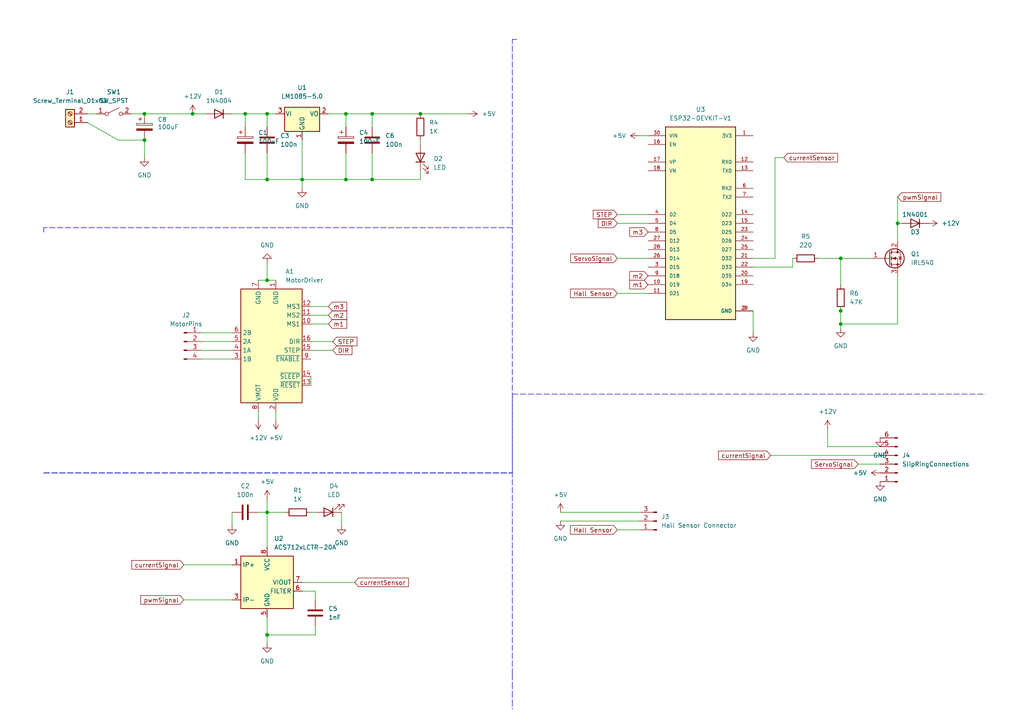
<source format=kicad_sch>
(kicad_sch (version 20211123) (generator eeschema)
  (paper "A4")
  (lib_symbols
    (symbol "Connector:Conn_01x03_Male" (pin_names (offset 1.016) hide)
      (property "Reference" "J" (at 0 5.08 0))
      (property "Value" "Conn_01x03_Male" (at 0 -5.08 0))
      (symbol "Conn_01x03_Male_1_1"
        (polyline (pts (xy 1.27 -2.54) (xy 0.8636 -2.54)) (stroke (width 0.1524)))
        (polyline (pts (xy 1.27 0) (xy 0.8636 0)) (stroke (width 0.1524)))
        (polyline (pts (xy 1.27 2.54) (xy 0.8636 2.54)) (stroke (width 0.1524)))
        (rectangle (start 0.8636 -2.413) (end 0 -2.667) (stroke (width 0.1524)) (fill (type outline)))
        (rectangle (start 0.8636 0.127) (end 0 -0.127) (stroke (width 0.1524)) (fill (type outline)))
        (rectangle (start 0.8636 2.667) (end 0 2.413) (stroke (width 0.1524)) (fill (type outline)))
        (pin passive line (at 5.08 2.54 180) (length 3.81) (name "Pin_1") (number "1"))
        (pin passive line (at 5.08 0 180) (length 3.81) (name "Pin_2") (number "2"))
        (pin passive line (at 5.08 -2.54 180) (length 3.81) (name "Pin_3") (number "3"))
      )
    )
    (symbol "Connector:Conn_01x04_Male" (pin_names (offset 1.016) hide)
      (property "Reference" "J" (at 0 5.08 0))
      (property "Value" "Conn_01x04_Male" (at 0 -7.62 0))
      (symbol "Conn_01x04_Male_1_1"
        (polyline (pts (xy 1.27 -5.08) (xy 0.8636 -5.08)) (stroke (width 0.1524)))
        (polyline (pts (xy 1.27 -2.54) (xy 0.8636 -2.54)) (stroke (width 0.1524)))
        (polyline (pts (xy 1.27 0) (xy 0.8636 0)) (stroke (width 0.1524)))
        (polyline (pts (xy 1.27 2.54) (xy 0.8636 2.54)) (stroke (width 0.1524)))
        (rectangle (start 0.8636 -4.953) (end 0 -5.207) (stroke (width 0.1524)) (fill (type outline)))
        (rectangle (start 0.8636 -2.413) (end 0 -2.667) (stroke (width 0.1524)) (fill (type outline)))
        (rectangle (start 0.8636 0.127) (end 0 -0.127) (stroke (width 0.1524)) (fill (type outline)))
        (rectangle (start 0.8636 2.667) (end 0 2.413) (stroke (width 0.1524)) (fill (type outline)))
        (pin passive line (at 5.08 2.54 180) (length 3.81) (name "Pin_1") (number "1"))
        (pin passive line (at 5.08 0 180) (length 3.81) (name "Pin_2") (number "2"))
        (pin passive line (at 5.08 -2.54 180) (length 3.81) (name "Pin_3") (number "3"))
        (pin passive line (at 5.08 -5.08 180) (length 3.81) (name "Pin_4") (number "4"))
      )
    )
    (symbol "Connector:Conn_01x06_Male" (pin_names (offset 1.016) hide)
      (property "Reference" "J" (at 0 7.62 0))
      (property "Value" "Conn_01x06_Male" (at 0 -10.16 0))
      (symbol "Conn_01x06_Male_1_1"
        (polyline (pts (xy 1.27 -7.62) (xy 0.8636 -7.62)) (stroke (width 0.1524)))
        (polyline (pts (xy 1.27 -5.08) (xy 0.8636 -5.08)) (stroke (width 0.1524)))
        (polyline (pts (xy 1.27 -2.54) (xy 0.8636 -2.54)) (stroke (width 0.1524)))
        (polyline (pts (xy 1.27 0) (xy 0.8636 0)) (stroke (width 0.1524)))
        (polyline (pts (xy 1.27 2.54) (xy 0.8636 2.54)) (stroke (width 0.1524)))
        (polyline (pts (xy 1.27 5.08) (xy 0.8636 5.08)) (stroke (width 0.1524)))
        (rectangle (start 0.8636 -7.493) (end 0 -7.747) (stroke (width 0.1524)) (fill (type outline)))
        (rectangle (start 0.8636 -4.953) (end 0 -5.207) (stroke (width 0.1524)) (fill (type outline)))
        (rectangle (start 0.8636 -2.413) (end 0 -2.667) (stroke (width 0.1524)) (fill (type outline)))
        (rectangle (start 0.8636 0.127) (end 0 -0.127) (stroke (width 0.1524)) (fill (type outline)))
        (rectangle (start 0.8636 2.667) (end 0 2.413) (stroke (width 0.1524)) (fill (type outline)))
        (rectangle (start 0.8636 5.207) (end 0 4.953) (stroke (width 0.1524)) (fill (type outline)))
        (pin passive line (at 5.08 5.08 180) (length 3.81) (name "Pin_1") (number "1"))
        (pin passive line (at 5.08 2.54 180) (length 3.81) (name "Pin_2") (number "2"))
        (pin passive line (at 5.08 0 180) (length 3.81) (name "Pin_3") (number "3"))
        (pin passive line (at 5.08 -2.54 180) (length 3.81) (name "Pin_4") (number "4"))
        (pin passive line (at 5.08 -5.08 180) (length 3.81) (name "Pin_5") (number "5"))
        (pin passive line (at 5.08 -7.62 180) (length 3.81) (name "Pin_6") (number "6"))
      )
    )
    (symbol "Connector:Screw_Terminal_01x02" (pin_names (offset 1.016) hide)
      (property "Reference" "J" (at 0 2.54 0))
      (property "Value" "Screw_Terminal_01x02" (at 0 -5.08 0))
      (symbol "Screw_Terminal_01x02_1_1"
        (rectangle (start -1.27 1.27) (end 1.27 -3.81) (stroke (width 0.254)) (fill (type background)))
        (circle (center 0 -2.54) (radius 0.635) (stroke (width 0.1524)))
        (polyline (pts (xy -0.5334 -2.2098) (xy 0.3302 -3.048)) (stroke (width 0.1524)))
        (polyline (pts (xy -0.5334 0.3302) (xy 0.3302 -0.508)) (stroke (width 0.1524)))
        (polyline (pts (xy -0.3556 -2.032) (xy 0.508 -2.8702)) (stroke (width 0.1524)))
        (polyline (pts (xy -0.3556 0.508) (xy 0.508 -0.3302)) (stroke (width 0.1524)))
        (circle (center 0 0) (radius 0.635) (stroke (width 0.1524)))
        (pin passive line (at -5.08 0 0) (length 3.81) (name "Pin_1") (number "1"))
        (pin passive line (at -5.08 -2.54 0) (length 3.81) (name "Pin_2") (number "2"))
      )
    )
    (symbol "Device:C" (pin_numbers hide) (pin_names (offset 0.254))
      (property "Reference" "C" (at 0.635 2.54 0))
      (property "Value" "C" (at 0.635 -2.54 0))
      (symbol "C_0_1"
        (polyline (pts (xy -2.032 -0.762) (xy 2.032 -0.762)) (stroke (width 0.508)))
        (polyline (pts (xy -2.032 0.762) (xy 2.032 0.762)) (stroke (width 0.508)))
      )
      (symbol "C_1_1"
        (pin passive line (at 0 3.81 270) (length 2.794) (name "~") (number "1"))
        (pin passive line (at 0 -3.81 90) (length 2.794) (name "~") (number "2"))
      )
    )
    (symbol "Device:C_Polarized" (pin_numbers hide) (pin_names (offset 0.254))
      (property "Reference" "C" (at 0.635 2.54 0))
      (property "Value" "C_Polarized" (at 0.635 -2.54 0))
      (symbol "C_Polarized_0_1"
        (rectangle (start -2.286 0.508) (end 2.286 1.016))
        (polyline (pts (xy -1.778 2.286) (xy -0.762 2.286)))
        (polyline (pts (xy -1.27 2.794) (xy -1.27 1.778)))
        (rectangle (start 2.286 -0.508) (end -2.286 -1.016) (fill (type outline)))
      )
      (symbol "C_Polarized_1_1"
        (pin passive line (at 0 3.81 270) (length 2.794) (name "~") (number "1"))
        (pin passive line (at 0 -3.81 90) (length 2.794) (name "~") (number "2"))
      )
    )
    (symbol "Device:LED" (pin_numbers hide) (pin_names (offset 1.016) hide)
      (property "Reference" "D" (at 0 2.54 0))
      (property "Value" "LED" (at 0 -2.54 0))
      (symbol "LED_0_1"
        (polyline (pts (xy -1.27 -1.27) (xy -1.27 1.27)) (stroke (width 0.254)))
        (polyline (pts (xy -1.27 0) (xy 1.27 0)))
        (polyline (pts (xy 1.27 -1.27) (xy 1.27 1.27) (xy -1.27 0) (xy 1.27 -1.27)) (stroke (width 0.254)))
        (polyline (pts (xy -3.048 -0.762) (xy -4.572 -2.286) (xy -3.81 -2.286) (xy -4.572 -2.286) (xy -4.572 -1.524)))
        (polyline (pts (xy -1.778 -0.762) (xy -3.302 -2.286) (xy -2.54 -2.286) (xy -3.302 -2.286) (xy -3.302 -1.524)))
      )
      (symbol "LED_1_1"
        (pin passive line (at -3.81 0 0) (length 2.54) (name "K") (number "1"))
        (pin passive line (at 3.81 0 180) (length 2.54) (name "A") (number "2"))
      )
    )
    (symbol "Device:R" (pin_numbers hide) (pin_names (offset 0))
      (property "Reference" "R" (at 2.032 0 90))
      (property "Value" "R" (at 0 0 90))
      (symbol "R_0_1"
        (rectangle (start -1.016 -2.54) (end 1.016 2.54) (stroke (width 0.254)))
      )
      (symbol "R_1_1"
        (pin passive line (at 0 3.81 270) (length 1.27) (name "~") (number "1"))
        (pin passive line (at 0 -3.81 90) (length 1.27) (name "~") (number "2"))
      )
    )
    (symbol "Diode:1N4001" (pin_numbers hide) (pin_names (offset 1.016) hide)
      (property "Reference" "D" (at 0 2.54 0))
      (property "Value" "1N4001" (at 0 -2.54 0))
      (symbol "1N4001_0_1"
        (polyline (pts (xy -1.27 1.27) (xy -1.27 -1.27)) (stroke (width 0.254)))
        (polyline (pts (xy 1.27 0) (xy -1.27 0)))
        (polyline (pts (xy 1.27 1.27) (xy 1.27 -1.27) (xy -1.27 0) (xy 1.27 1.27)) (stroke (width 0.254)))
      )
      (symbol "1N4001_1_1"
        (pin passive line (at -3.81 0 0) (length 2.54) (name "K") (number "1"))
        (pin passive line (at 3.81 0 180) (length 2.54) (name "A") (number "2"))
      )
    )
    (symbol "Diode:1N4004" (pin_numbers hide) (pin_names (offset 1.016) hide)
      (property "Reference" "D" (at 0 2.54 0))
      (property "Value" "1N4004" (at 0 -2.54 0))
      (symbol "1N4004_0_1"
        (polyline (pts (xy -1.27 1.27) (xy -1.27 -1.27)) (stroke (width 0.254)))
        (polyline (pts (xy 1.27 0) (xy -1.27 0)))
        (polyline (pts (xy 1.27 1.27) (xy 1.27 -1.27) (xy -1.27 0) (xy 1.27 1.27)) (stroke (width 0.254)))
      )
      (symbol "1N4004_1_1"
        (pin passive line (at -3.81 0 0) (length 2.54) (name "K") (number "1"))
        (pin passive line (at 3.81 0 180) (length 2.54) (name "A") (number "2"))
      )
    )
    (symbol "Driver_Motor:Pololu_Breakout_A4988"
      (property "Reference" "A" (at -2.54 19.05 0))
      (property "Value" "Pololu_Breakout_A4988" (at -2.54 16.51 0))
      (symbol "Pololu_Breakout_A4988_0_1"
        (rectangle (start 10.16 -17.78) (end -7.62 15.24) (stroke (width 0.254)) (fill (type background)))
      )
      (symbol "Pololu_Breakout_A4988_1_1"
        (pin power_in line (at 0 -20.32 90) (length 2.54) (name "GND") (number "1"))
        (pin input line (at -10.16 -7.62 0) (length 2.54) (name "MS1") (number "10"))
        (pin input line (at -10.16 -10.16 0) (length 2.54) (name "MS2") (number "11"))
        (pin input line (at -10.16 -12.7 0) (length 2.54) (name "MS3") (number "12"))
        (pin input line (at -10.16 10.16 0) (length 2.54) (name "~{RESET}") (number "13"))
        (pin input line (at -10.16 7.62 0) (length 2.54) (name "~{SLEEP}") (number "14"))
        (pin input line (at -10.16 0 0) (length 2.54) (name "STEP") (number "15"))
        (pin input line (at -10.16 -2.54 0) (length 2.54) (name "DIR") (number "16"))
        (pin power_in line (at 0 17.78 270) (length 2.54) (name "VDD") (number "2"))
        (pin output line (at 12.7 2.54 180) (length 2.54) (name "1B") (number "3"))
        (pin output line (at 12.7 0 180) (length 2.54) (name "1A") (number "4"))
        (pin output line (at 12.7 -2.54 180) (length 2.54) (name "2A") (number "5"))
        (pin output line (at 12.7 -5.08 180) (length 2.54) (name "2B") (number "6"))
        (pin power_in line (at 5.08 -20.32 90) (length 2.54) (name "GND") (number "7"))
        (pin power_in line (at 5.08 17.78 270) (length 2.54) (name "VMOT") (number "8"))
        (pin input line (at -10.16 2.54 0) (length 2.54) (name "~{ENABLE}") (number "9"))
      )
    )
    (symbol "ESP32-DEVKIT-V1:ESP32-DEVKIT-V1" (pin_names (offset 1.016))
      (property "Reference" "U" (at -10.16 30.48 0))
      (property "Value" "ESP32-DEVKIT-V1" (at -10.16 -30.48 0))
      (symbol "ESP32-DEVKIT-V1_0_0"
        (rectangle (start -10.16 -27.94) (end 10.16 27.94) (stroke (width 0.254)) (fill (type background)))
        (pin output line (at 15.24 25.4 180) (length 5.08) (name "3V3") (number "1"))
        (pin bidirectional line (at -15.24 -17.78 0) (length 5.08) (name "D19") (number "10"))
        (pin bidirectional line (at -15.24 -20.32 0) (length 5.08) (name "D21") (number "11"))
        (pin input line (at 15.24 17.78 180) (length 5.08) (name "RX0") (number "12"))
        (pin output line (at 15.24 15.24 180) (length 5.08) (name "TX0") (number "13"))
        (pin bidirectional line (at 15.24 2.54 180) (length 5.08) (name "D22") (number "14"))
        (pin bidirectional line (at 15.24 0 180) (length 5.08) (name "D23") (number "15"))
        (pin input line (at -15.24 22.86 0) (length 5.08) (name "EN") (number "16"))
        (pin bidirectional line (at -15.24 17.78 0) (length 5.08) (name "VP") (number "17"))
        (pin bidirectional line (at -15.24 15.24 0) (length 5.08) (name "VN") (number "18"))
        (pin bidirectional line (at 15.24 -17.78 180) (length 5.08) (name "D34") (number "19"))
        (pin power_in line (at 15.24 -25.4 180) (length 5.08) (name "GND") (number "2"))
        (pin bidirectional line (at 15.24 -15.24 180) (length 5.08) (name "D35") (number "20"))
        (pin bidirectional line (at 15.24 -10.16 180) (length 5.08) (name "D32") (number "21"))
        (pin bidirectional line (at 15.24 -12.7 180) (length 5.08) (name "D33") (number "22"))
        (pin bidirectional line (at 15.24 -2.54 180) (length 5.08) (name "D25") (number "23"))
        (pin bidirectional line (at 15.24 -5.08 180) (length 5.08) (name "D26") (number "24"))
        (pin bidirectional line (at 15.24 -7.62 180) (length 5.08) (name "D27") (number "25"))
        (pin bidirectional line (at -15.24 -10.16 0) (length 5.08) (name "D14") (number "26"))
        (pin bidirectional line (at -15.24 -5.08 0) (length 5.08) (name "D12") (number "27"))
        (pin bidirectional line (at -15.24 -7.62 0) (length 5.08) (name "D13") (number "28"))
        (pin power_in line (at 15.24 -25.4 180) (length 5.08) (name "GND") (number "29"))
        (pin bidirectional line (at -15.24 -12.7 0) (length 5.08) (name "D15") (number "3"))
        (pin input line (at -15.24 25.4 0) (length 5.08) (name "VIN") (number "30"))
        (pin bidirectional line (at -15.24 2.54 0) (length 5.08) (name "D2") (number "4"))
        (pin bidirectional line (at -15.24 0 0) (length 5.08) (name "D4") (number "5"))
        (pin input line (at 15.24 10.16 180) (length 5.08) (name "RX2") (number "6"))
        (pin output line (at 15.24 7.62 180) (length 5.08) (name "TX2") (number "7"))
        (pin bidirectional line (at -15.24 -2.54 0) (length 5.08) (name "D5") (number "8"))
        (pin bidirectional line (at -15.24 -15.24 0) (length 5.08) (name "D18") (number "9"))
      )
    )
    (symbol "Regulator_Linear:LM1085-5.0" (pin_names (offset 0.254))
      (property "Reference" "U" (at -3.81 3.175 0))
      (property "Value" "LM1085-5.0" (at 0 3.175 0))
      (symbol "LM1085-5.0_0_1"
        (rectangle (start -5.08 1.905) (end 5.08 -5.08) (stroke (width 0.254)) (fill (type background)))
      )
      (symbol "LM1085-5.0_1_1"
        (pin power_in line (at 0 -7.62 90) (length 2.54) (name "GND") (number "1"))
        (pin power_out line (at 7.62 0 180) (length 2.54) (name "VO") (number "2"))
        (pin power_in line (at -7.62 0 0) (length 2.54) (name "VI") (number "3"))
      )
    )
    (symbol "Sensor_Current:ACS712xLCTR-20A"
      (property "Reference" "U" (at 2.54 11.43 0))
      (property "Value" "ACS712xLCTR-20A" (at 2.54 8.89 0))
      (symbol "ACS712xLCTR-20A_0_1"
        (rectangle (start -7.62 7.62) (end 7.62 -7.62) (stroke (width 0.254)) (fill (type background)))
      )
      (symbol "ACS712xLCTR-20A_1_1"
        (pin passive line (at -10.16 5.08 0) (length 2.54) (name "IP+") (number "1"))
        (pin passive line (at -10.16 5.08 0) (length 2.54) hide (name "IP+") (number "2"))
        (pin passive line (at -10.16 -5.08 0) (length 2.54) (name "IP-") (number "3"))
        (pin passive line (at -10.16 -5.08 0) (length 2.54) hide (name "IP-") (number "4"))
        (pin power_in line (at 0 -10.16 90) (length 2.54) (name "GND") (number "5"))
        (pin passive line (at 10.16 -2.54 180) (length 2.54) (name "FILTER") (number "6"))
        (pin output line (at 10.16 0 180) (length 2.54) (name "VIOUT") (number "7"))
        (pin power_in line (at 0 10.16 270) (length 2.54) (name "VCC") (number "8"))
      )
    )
    (symbol "Switch2:SW_SPST" (pin_names (offset 0) hide)
      (property "Reference" "SW" (at 0 3.175 0))
      (property "Value" "SW_SPST" (at 0 -2.54 0))
      (symbol "SW_SPST_0_0"
        (circle (center -2.032 0) (radius 0.508))
        (polyline (pts (xy -1.524 0.254) (xy 1.524 1.778)))
        (circle (center 2.032 0) (radius 0.508))
      )
      (symbol "SW_SPST_1_1"
        (pin passive line (at -5.08 0 0) (length 2.54) (name "A") (number "1"))
        (pin passive line (at 5.08 0 180) (length 2.54) (name "B") (number "2"))
      )
    )
    (symbol "Transistor_FET:IRLZ44N" (pin_names hide)
      (property "Reference" "Q" (at 6.35 1.905 0))
      (property "Value" "IRLZ44N" (at 6.35 0 0))
      (symbol "IRLZ44N_0_1"
        (polyline (pts (xy 0.254 0) (xy -2.54 0)))
        (polyline (pts (xy 0.254 1.905) (xy 0.254 -1.905)) (stroke (width 0.254)))
        (polyline (pts (xy 0.762 -1.27) (xy 0.762 -2.286)) (stroke (width 0.254)))
        (polyline (pts (xy 0.762 0.508) (xy 0.762 -0.508)) (stroke (width 0.254)))
        (polyline (pts (xy 0.762 2.286) (xy 0.762 1.27)) (stroke (width 0.254)))
        (polyline (pts (xy 2.54 2.54) (xy 2.54 1.778)))
        (polyline (pts (xy 2.54 -2.54) (xy 2.54 0) (xy 0.762 0)))
        (polyline (pts (xy 0.762 -1.778) (xy 3.302 -1.778) (xy 3.302 1.778) (xy 0.762 1.778)))
        (polyline (pts (xy 1.016 0) (xy 2.032 0.381) (xy 2.032 -0.381) (xy 1.016 0)) (fill (type outline)))
        (polyline (pts (xy 2.794 0.508) (xy 2.921 0.381) (xy 3.683 0.381) (xy 3.81 0.254)))
        (polyline (pts (xy 3.302 0.381) (xy 2.921 -0.254) (xy 3.683 -0.254) (xy 3.302 0.381)))
        (circle (center 1.651 0) (radius 2.794) (stroke (width 0.254)))
        (circle (center 2.54 -1.778) (radius 0.254) (fill (type outline)))
        (circle (center 2.54 1.778) (radius 0.254) (fill (type outline)))
      )
      (symbol "IRLZ44N_1_1"
        (pin input line (at -5.08 0 0) (length 2.54) (name "G") (number "1"))
        (pin passive line (at 2.54 5.08 270) (length 2.54) (name "D") (number "2"))
        (pin passive line (at 2.54 -5.08 90) (length 2.54) (name "S") (number "3"))
      )
    )
    (symbol "power:+12V" (power) (pin_names (offset 0))
      (property "Value" "+12V" (at 0 3.556 0))
      (symbol "+12V_0_1"
        (polyline (pts (xy -0.762 1.27) (xy 0 2.54)))
        (polyline (pts (xy 0 0) (xy 0 2.54)))
        (polyline (pts (xy 0 2.54) (xy 0.762 1.27)))
      )
      (symbol "+12V_1_1"
        (pin power_in line (at 0 0 90) (length 0) hide (name "+12V") (number "1"))
      )
    )
    (symbol "power:+5V" (power) (pin_names (offset 0))
      (property "Value" "+5V" (at 0 3.556 0))
      (symbol "+5V_0_1"
        (polyline (pts (xy -0.762 1.27) (xy 0 2.54)))
        (polyline (pts (xy 0 0) (xy 0 2.54)))
        (polyline (pts (xy 0 2.54) (xy 0.762 1.27)))
      )
      (symbol "+5V_1_1"
        (pin power_in line (at 0 0 90) (length 0) hide (name "+5V") (number "1"))
      )
    )
    (symbol "power:GND" (power) (pin_names (offset 0))
      (property "Value" "GND" (at 0 -3.81 0))
      (symbol "GND_0_1"
        (polyline (pts (xy 0 0) (xy 0 -1.27) (xy 1.27 -1.27) (xy 0 -2.54) (xy -1.27 -1.27) (xy 0 -1.27)))
      )
      (symbol "GND_1_1"
        (pin power_in line (at 0 0 270) (length 0) hide (name "GND") (number "1"))
      )
    )
  )
  (junction (at 243.84 90.17))
  (junction (at 55.88 33.02))
  (junction (at 121.92 33.02))
  (junction (at 100.33 52.07))
  (junction (at 87.63 52.07))
  (junction (at 243.84 93.98))
  (junction (at 41.91 33.02))
  (junction (at 71.12 33.02))
  (junction (at 41.91 40.64))
  (junction (at 107.95 52.07))
  (junction (at 77.47 52.07))
  (junction (at 243.84 74.93))
  (junction (at 77.47 81.28))
  (junction (at 77.47 33.02))
  (junction (at 107.95 33.02))
  (junction (at 77.47 184.15))
  (junction (at 100.33 33.02))
  (junction (at 77.47 148.59))
  (junction (at 260.35 64.77))
  (polyline (pts (xy 148.59 11.43) (xy 149.86 11.43)))
  (polyline (pts (xy 148.59 200.66) (xy 148.59 203.2)))
  (wire (pts (xy 121.92 40.64) (xy 121.92 41.91)))
  (wire (pts (xy 229.87 77.47) (xy 229.87 74.93)))
  (wire (pts (xy 260.35 80.01) (xy 260.35 93.98)))
  (wire (pts (xy 58.42 99.06) (xy 67.31 99.06)))
  (wire (pts (xy 77.47 33.02) (xy 80.01 33.02)))
  (wire (pts (xy 90.17 93.98) (xy 95.25 93.98)))
  (wire (pts (xy 243.84 90.17) (xy 243.84 93.98)))
  (wire (pts (xy 53.34 173.99) (xy 67.31 173.99)))
  (wire (pts (xy 71.12 52.07) (xy 77.47 52.07)))
  (wire (pts (xy 99.06 148.59) (xy 99.06 152.4)))
  (wire (pts (xy 77.47 148.59) (xy 77.47 158.75)))
  (wire (pts (xy 71.12 44.45) (xy 71.12 52.07)))
  (wire (pts (xy 240.03 124.46) (xy 240.03 129.54)))
  (wire (pts (xy 100.33 44.45) (xy 100.33 52.07)))
  (wire (pts (xy 243.84 93.98) (xy 243.84 95.25)))
  (wire (pts (xy 121.92 33.02) (xy 135.89 33.02)))
  (polyline (pts (xy 12.7 137.16) (xy 148.59 137.16)))
  (wire (pts (xy 248.92 134.62) (xy 255.27 134.62)))
  (wire (pts (xy 87.63 168.91) (xy 102.87 168.91)))
  (wire (pts (xy 41.91 40.64) (xy 41.91 45.72)))
  (wire (pts (xy 90.17 148.59) (xy 91.44 148.59)))
  (wire (pts (xy 224.79 74.93) (xy 224.79 45.72)))
  (wire (pts (xy 100.33 33.02) (xy 107.95 33.02)))
  (wire (pts (xy 67.31 148.59) (xy 67.31 152.4)))
  (polyline (pts (xy 148.59 137.16) (xy 148.59 114.3)))
  (wire (pts (xy 90.17 88.9) (xy 95.25 88.9)))
  (polyline (pts (xy 148.59 114.3) (xy 285.75 114.3)))
  (polyline (pts (xy 148.59 203.2) (xy 148.59 205.74)))
  (wire (pts (xy 179.07 64.77) (xy 187.96 64.77)))
  (wire (pts (xy 77.47 144.78) (xy 77.47 148.59)))
  (wire (pts (xy 185.42 39.37) (xy 187.96 39.37)))
  (wire (pts (xy 38.1 33.02) (xy 41.91 33.02)))
  (wire (pts (xy 218.44 74.93) (xy 224.79 74.93)))
  (wire (pts (xy 179.07 153.67) (xy 185.42 153.67)))
  (wire (pts (xy 91.44 171.45) (xy 91.44 173.99)))
  (wire (pts (xy 74.93 119.38) (xy 74.93 121.92)))
  (wire (pts (xy 107.95 33.02) (xy 107.95 36.83)))
  (polyline (pts (xy 12.7 66.04) (xy 12.7 67.31)))
  (wire (pts (xy 100.33 52.07) (xy 107.95 52.07)))
  (polyline (pts (xy 148.59 195.58) (xy 148.59 11.43)))
  (wire (pts (xy 240.03 129.54) (xy 255.27 129.54)))
  (wire (pts (xy 95.25 33.02) (xy 100.33 33.02)))
  (wire (pts (xy 260.35 64.77) (xy 260.35 69.85)))
  (wire (pts (xy 260.35 57.15) (xy 260.35 64.77)))
  (wire (pts (xy 77.47 52.07) (xy 87.63 52.07)))
  (polyline (pts (xy 148.59 195.58) (xy 148.59 198.12)))
  (wire (pts (xy 121.92 52.07) (xy 121.92 49.53)))
  (wire (pts (xy 107.95 44.45) (xy 107.95 52.07)))
  (wire (pts (xy 179.07 62.23) (xy 187.96 62.23)))
  (polyline (pts (xy 148.59 198.12) (xy 148.59 200.66)))
  (wire (pts (xy 90.17 101.6) (xy 96.52 101.6)))
  (wire (pts (xy 107.95 52.07) (xy 121.92 52.07)))
  (wire (pts (xy 67.31 33.02) (xy 71.12 33.02)))
  (wire (pts (xy 55.88 33.02) (xy 59.69 33.02)))
  (wire (pts (xy 58.42 104.14) (xy 67.31 104.14)))
  (wire (pts (xy 179.07 85.09) (xy 187.96 85.09)))
  (wire (pts (xy 243.84 90.17) (xy 243.84 88.9)))
  (wire (pts (xy 41.91 33.02) (xy 55.88 33.02)))
  (wire (pts (xy 90.17 91.44) (xy 95.25 91.44)))
  (wire (pts (xy 87.63 52.07) (xy 87.63 54.61)))
  (wire (pts (xy 224.79 45.72) (xy 227.33 45.72)))
  (wire (pts (xy 91.44 184.15) (xy 77.47 184.15)))
  (wire (pts (xy 71.12 33.02) (xy 77.47 33.02)))
  (wire (pts (xy 243.84 74.93) (xy 243.84 82.55)))
  (wire (pts (xy 91.44 181.61) (xy 91.44 184.15)))
  (wire (pts (xy 58.42 101.6) (xy 67.31 101.6)))
  (wire (pts (xy 90.17 99.06) (xy 96.52 99.06)))
  (wire (pts (xy 74.93 148.59) (xy 77.47 148.59)))
  (wire (pts (xy 223.52 132.08) (xy 255.27 132.08)))
  (wire (pts (xy 90.17 109.22) (xy 90.17 111.76)))
  (wire (pts (xy 237.49 74.93) (xy 243.84 74.93)))
  (wire (pts (xy 218.44 90.17) (xy 218.44 96.52)))
  (wire (pts (xy 25.4 33.02) (xy 27.94 33.02)))
  (wire (pts (xy 25.4 35.56) (xy 34.29 40.64)))
  (wire (pts (xy 218.44 77.47) (xy 229.87 77.47)))
  (wire (pts (xy 58.42 96.52) (xy 67.31 96.52)))
  (wire (pts (xy 87.63 52.07) (xy 100.33 52.07)))
  (wire (pts (xy 162.56 148.59) (xy 185.42 148.59)))
  (wire (pts (xy 100.33 36.83) (xy 100.33 33.02)))
  (wire (pts (xy 53.34 163.83) (xy 67.31 163.83)))
  (polyline (pts (xy 148.59 66.04) (xy 12.7 66.04)))
  (wire (pts (xy 87.63 171.45) (xy 91.44 171.45)))
  (polyline (pts (xy 12.7 137.16) (xy 148.59 137.16)))
  (wire (pts (xy 71.12 33.02) (xy 71.12 36.83)))
  (wire (pts (xy 107.95 33.02) (xy 121.92 33.02)))
  (wire (pts (xy 34.29 40.64) (xy 41.91 40.64)))
  (wire (pts (xy 162.56 151.13) (xy 185.42 151.13)))
  (wire (pts (xy 77.47 52.07) (xy 77.47 44.45)))
  (wire (pts (xy 243.84 93.98) (xy 260.35 93.98)))
  (wire (pts (xy 77.47 76.2) (xy 77.47 81.28)))
  (wire (pts (xy 243.84 74.93) (xy 252.73 74.93)))
  (wire (pts (xy 87.63 40.64) (xy 87.63 52.07)))
  (wire (pts (xy 74.93 81.28) (xy 77.47 81.28)))
  (wire (pts (xy 80.01 119.38) (xy 80.01 121.92)))
  (wire (pts (xy 77.47 148.59) (xy 82.55 148.59)))
  (wire (pts (xy 260.35 64.77) (xy 261.62 64.77)))
  (wire (pts (xy 179.07 74.93) (xy 187.96 74.93)))
  (wire (pts (xy 77.47 179.07) (xy 77.47 184.15)))
  (wire (pts (xy 77.47 81.28) (xy 80.01 81.28)))
  (wire (pts (xy 77.47 184.15) (xy 77.47 186.69)))
  (wire (pts (xy 77.47 33.02) (xy 77.47 36.83)))
  (global_label "Hall Sensor" (shape input) (at 179.07 85.09 180) (property "Intersheet References" "${INTERSHEET_REFS}" (effects hide)))
  (global_label "ServoSignal" (shape input) (at 179.07 74.93 180) (property "Intersheet References" "${INTERSHEET_REFS}" (effects hide)))
  (global_label "currentSensor" (shape input) (at 102.87 168.91 0) (property "Intersheet References" "${INTERSHEET_REFS}" (effects hide)))
  (global_label "currentSensor" (shape input) (at 227.33 45.72 0) (property "Intersheet References" "${INTERSHEET_REFS}" (effects hide)))
  (global_label "m2" (shape input) (at 95.25 91.44 0) (property "Intersheet References" "${INTERSHEET_REFS}" (effects hide)))
  (global_label "pwmSignal" (shape input) (at 53.34 173.99 180) (property "Intersheet References" "${INTERSHEET_REFS}" (effects hide)))
  (global_label "STEP" (shape input) (at 96.52 99.06 0) (property "Intersheet References" "${INTERSHEET_REFS}" (effects hide)))
  (global_label "m1" (shape input) (at 187.96 82.55 180) (property "Intersheet References" "${INTERSHEET_REFS}" (effects hide)))
  (global_label "m3" (shape input) (at 95.25 88.9 0) (property "Intersheet References" "${INTERSHEET_REFS}" (effects hide)))
  (global_label "currentSignal" (shape input) (at 223.52 132.08 180) (property "Intersheet References" "${INTERSHEET_REFS}" (effects hide)))
  (global_label "Hall Sensor" (shape input) (at 179.07 153.67 180) (property "Intersheet References" "${INTERSHEET_REFS}" (effects hide)))
  (global_label "pwmSignal" (shape input) (at 260.35 57.15 0) (property "Intersheet References" "${INTERSHEET_REFS}" (effects hide)))
  (global_label "DIR" (shape input) (at 96.52 101.6 0) (property "Intersheet References" "${INTERSHEET_REFS}" (effects hide)))
  (global_label "currentSignal" (shape input) (at 53.34 163.83 180) (property "Intersheet References" "${INTERSHEET_REFS}" (effects hide)))
  (global_label "STEP" (shape input) (at 179.07 62.23 180) (property "Intersheet References" "${INTERSHEET_REFS}" (effects hide)))
  (global_label "DIR" (shape input) (at 179.07 64.77 180) (property "Intersheet References" "${INTERSHEET_REFS}" (effects hide)))
  (global_label "ServoSignal" (shape input) (at 248.92 134.62 180) (property "Intersheet References" "${INTERSHEET_REFS}" (effects hide)))
  (global_label "m2" (shape input) (at 187.96 80.01 180) (property "Intersheet References" "${INTERSHEET_REFS}" (effects hide)))
  (global_label "m1" (shape input) (at 95.25 93.98 0) (property "Intersheet References" "${INTERSHEET_REFS}" (effects hide)))
  (global_label "m3" (shape input) (at 187.96 67.31 180) (property "Intersheet References" "${INTERSHEET_REFS}" (effects hide)))
  (symbol (lib_id "Device:LED") (at 95.25 148.59 180) (unit 1)
    (property "Reference" "D4" (at 96.8375 140.97 0))
    (property "Value" "LED" (at 96.8375 143.51 0))
    (property "Footprint" "Diode_SMD:D_0603_1608Metric_Pad1.05x0.95mm_HandSolder" (effects hide))
  )
  (symbol (lib_id "power:+5V") (at 135.89 33.02 270) (unit 1)
    (property "Reference" "#PWR010" (effects hide))
    (property "Value" "+5V" (at 139.7 33.0199 90) (effects (justify left)))
  )
  (symbol (lib_id "Device:C") (at 71.12 148.59 90) (unit 1)
    (property "Reference" "C2" (at 71.12 140.97 90))
    (property "Value" "100n" (at 71.12 143.51 90))
    (property "Footprint" "Capacitor_SMD:C_0805_2012Metric_Pad1.18x1.45mm_HandSolder" (effects hide))
  )
  (symbol (lib_id "power:+5V") (at 80.01 121.92 180) (unit 1)
    (property "Reference" "#PWR07" (effects hide))
    (property "Value" "+5V" (at 80.01 127 0))
  )
  (symbol (lib_id "Device:C_Polarized") (at 71.12 40.64 0) (unit 1)
    (property "Reference" "C1" (at 74.93 38.4809 0) (effects (justify left)))
    (property "Value" "100uF" (at 74.93 41.0209 0) (effects (justify left)))
    (property "Footprint" "Capacitor_THT:CP_Radial_D6.3mm_P2.50mm" (effects hide))
  )
  (symbol (lib_id "Transistor_FET:IRLZ44N") (at 257.81 74.93 0) (unit 1)
    (property "Reference" "Q1" (at 264.16 73.6599 0) (effects (justify left)))
    (property "Value" "IRL540" (at 264.16 76.1999 0) (effects (justify left)))
    (property "Footprint" "Package_TO_SOT_THT:TO-220-3_Horizontal_TabDown" (effects hide))
    (property "Datasheet" "http://www.irf.com/product-info/datasheets/data/irlz44n.pdf" (effects hide))
  )
  (symbol (lib_id "power:GND") (at 87.63 54.61 0) (unit 1)
    (property "Reference" "#PWR05" (effects hide))
    (property "Value" "GND" (at 87.63 59.69 0))
  )
  (symbol (lib_id "Connector:Screw_Terminal_01x02") (at 20.32 35.56 180) (unit 1)
    (property "Reference" "J1" (at 20.32 26.67 0))
    (property "Value" "Screw_Terminal_01x02" (at 20.32 29.21 0))
    (property "Footprint" "TerminalBlock:TerminalBlock_bornier-2_P5.08mm" (effects hide))
  )
  (symbol (lib_id "power:GND") (at 243.84 95.25 0) (unit 1)
    (property "Reference" "#PWR016" (effects hide))
    (property "Value" "GND" (at 243.84 100.33 0))
  )
  (symbol (lib_id "Driver_Motor:Pololu_Breakout_A4988") (at 80.01 101.6 180) (unit 1)
    (property "Reference" "A1" (at 82.7787 78.74 0) (effects (justify right)))
    (property "Value" "MotorDriver" (at 82.7787 81.28 0) (effects (justify right)))
    (property "Footprint" "Module:Pololu_Breakout-16_15.2x20.3mm" (effects hide))
    (property "Datasheet" "https://www.pololu.com/product/2980/pictures" (effects hide))
  )
  (symbol (lib_id "power:+5V") (at 185.42 39.37 90) (unit 1)
    (property "Reference" "#PWR013" (effects hide))
    (property "Value" "+5V" (at 181.61 39.3699 90) (effects (justify left)))
  )
  (symbol (lib_id "Device:R") (at 233.68 74.93 90) (unit 1)
    (property "Reference" "R5" (at 233.68 68.58 90))
    (property "Value" "220" (at 233.68 71.12 90))
    (property "Footprint" "Resistor_SMD:R_0805_2012Metric_Pad1.20x1.40mm_HandSolder" (effects hide))
  )
  (symbol (lib_id "power:+5V") (at 255.27 137.16 90) (unit 1)
    (property "Reference" "#PWR017" (effects hide))
    (property "Value" "+5V" (at 251.46 137.1599 90) (effects (justify left)))
  )
  (symbol (lib_id "power:+12V") (at 55.88 33.02 0) (unit 1)
    (property "Reference" "#PWR02" (effects hide))
    (property "Value" "+12V" (at 55.88 27.94 0))
  )
  (symbol (lib_id "power:GND") (at 255.27 127 0) (unit 1)
    (property "Reference" "#PWR0101" (effects hide))
    (property "Value" "GND" (at 255.27 132.08 0))
  )
  (symbol (lib_id "Device:R") (at 121.92 36.83 0) (unit 1)
    (property "Reference" "R4" (at 124.46 35.5599 0) (effects (justify left)))
    (property "Value" "1K" (at 124.46 38.0999 0) (effects (justify left)))
    (property "Footprint" "Resistor_SMD:R_0805_2012Metric_Pad1.20x1.40mm_HandSolder" (effects hide))
  )
  (symbol (lib_id "Connector:Conn_01x04_Male") (at 53.34 99.06 0) (unit 1)
    (property "Reference" "J2" (at 53.975 91.44 0))
    (property "Value" "MotorPins" (at 53.975 93.98 0))
    (property "Footprint" "Connector_PinSocket_2.54mm:PinSocket_1x04_P2.54mm_Vertical" (effects hide))
  )
  (symbol (lib_id "power:GND") (at 67.31 152.4 0) (unit 1)
    (property "Reference" "#PWR08" (effects hide))
    (property "Value" "GND" (at 67.31 157.48 0))
  )
  (symbol (lib_id "Diode:1N4004") (at 63.5 33.02 180) (unit 1)
    (property "Reference" "D1" (at 63.5 26.67 0))
    (property "Value" "1N4004" (at 63.5 29.21 0))
    (property "Footprint" "Diode_SMD:D_SMA_Handsoldering" (effects hide))
    (property "Datasheet" "http://www.vishay.com/docs/88503/1n4001.pdf" (effects hide))
  )
  (symbol (lib_id "Device:C") (at 91.44 177.8 0) (unit 1)
    (property "Reference" "C5" (at 95.25 176.5299 0) (effects (justify left)))
    (property "Value" "1nF" (at 95.25 179.0699 0) (effects (justify left)))
    (property "Footprint" "Capacitor_SMD:C_0805_2012Metric_Pad1.18x1.45mm_HandSolder" (effects hide))
  )
  (symbol (lib_id "power:+12V") (at 74.93 121.92 180) (unit 1)
    (property "Reference" "#PWR04" (effects hide))
    (property "Value" "+12V" (at 74.93 127 0))
  )
  (symbol (lib_id "Sensor_Current:ACS712xLCTR-20A") (at 77.47 168.91 0) (unit 1)
    (property "Reference" "U2" (at 79.4894 156.21 0) (effects (justify left)))
    (property "Value" "ACS712xLCTR-20A" (at 79.4894 158.75 0) (effects (justify left)))
    (property "Footprint" "Package_SO:SOIC-8_3.9x4.9mm_P1.27mm" (effects hide))
    (property "Datasheet" "http://www.allegromicro.com/~/media/Files/Datasheets/ACS712-Datasheet.ashx?la=en" (effects hide))
  )
  (symbol (lib_id "power:GND") (at 77.47 76.2 180) (unit 1)
    (property "Reference" "#PWR06" (effects hide))
    (property "Value" "GND" (at 77.47 71.12 0))
  )
  (symbol (lib_id "Device:C_Polarized") (at 100.33 40.64 0) (unit 1)
    (property "Reference" "C4" (at 104.14 38.4809 0) (effects (justify left)))
    (property "Value" "100uF" (at 104.14 41.0209 0) (effects (justify left)))
    (property "Footprint" "Capacitor_THT:CP_Radial_D6.3mm_P2.50mm" (effects hide))
  )
  (symbol (lib_id "power:GND") (at 255.27 139.7 0) (unit 1)
    (property "Reference" "#PWR018" (effects hide))
    (property "Value" "GND" (at 255.27 144.78 0))
  )
  (symbol (lib_id "Device:C") (at 77.47 40.64 0) (unit 1)
    (property "Reference" "C3" (at 81.28 39.3699 0) (effects (justify left)))
    (property "Value" "100n" (at 81.28 41.9099 0) (effects (justify left)))
    (property "Footprint" "Capacitor_SMD:C_0805_2012Metric_Pad1.18x1.45mm_HandSolder" (effects hide))
  )
  (symbol (lib_id "Switch2:SW_SPST") (at 33.02 33.02 0) (unit 1)
    (property "Reference" "SW1" (at 33.02 26.67 0))
    (property "Value" "SW_SPST" (at 33.02 29.21 0))
    (property "Footprint" "switches:mts102" (effects hide))
  )
  (symbol (lib_id "Device:C_Polarized") (at 41.91 36.83 0) (unit 1)
    (property "Reference" "C8" (at 45.72 34.6709 0) (effects (justify left)))
    (property "Value" "100uF" (at 45.72 36.83 0) (effects (justify left)))
    (property "Footprint" "Capacitor_THT:CP_Radial_D6.3mm_P2.50mm" (effects hide))
  )
  (symbol (lib_id "power:+5V") (at 162.56 148.59 0) (unit 1)
    (property "Reference" "#PWR011" (effects hide))
    (property "Value" "+5V" (at 162.56 143.51 0))
  )
  (symbol (lib_id "power:GND") (at 41.91 45.72 0) (unit 1)
    (property "Reference" "#PWR03" (effects hide))
    (property "Value" "GND" (at 41.91 50.8 0))
  )
  (symbol (lib_id "power:GND") (at 162.56 151.13 0) (unit 1)
    (property "Reference" "#PWR012" (effects hide))
    (property "Value" "GND" (at 162.56 156.21 0))
  )
  (symbol (lib_id "Device:LED") (at 121.92 45.72 90) (unit 1)
    (property "Reference" "D2" (at 125.73 46.0374 90) (effects (justify right)))
    (property "Value" "LED" (at 125.73 48.5774 90) (effects (justify right)))
    (property "Footprint" "Diode_SMD:D_0603_1608Metric_Pad1.05x0.95mm_HandSolder" (effects hide))
  )
  (symbol (lib_id "power:+12V") (at 240.03 124.46 0) (unit 1)
    (property "Reference" "#PWR015" (effects hide))
    (property "Value" "+12V" (at 240.03 119.38 0))
  )
  (symbol (lib_id "power:+12V") (at 269.24 64.77 270) (unit 1)
    (property "Reference" "#PWR0102" (effects hide))
    (property "Value" "+12V" (at 273.05 64.7699 90) (effects (justify left)))
  )
  (symbol (lib_id "Connector:Conn_01x03_Male") (at 190.5 151.13 180) (unit 1)
    (property "Reference" "J3" (at 191.77 149.8599 0) (effects (justify right)))
    (property "Value" "Hall Sensor Connector" (at 191.77 152.3999 0) (effects (justify right)))
    (property "Footprint" "Connector_PinSocket_2.54mm:PinSocket_1x03_P2.54mm_Vertical" (effects hide))
  )
  (symbol (lib_id "Connector:Conn_01x06_Male") (at 260.35 134.62 180) (unit 1)
    (property "Reference" "J4" (at 261.62 132.0799 0) (effects (justify right)))
    (property "Value" "SlipRingConnections" (at 261.62 134.6199 0) (effects (justify right)))
    (property "Footprint" "Connector_PinSocket_2.54mm:PinSocket_1x06_P2.54mm_Vertical" (effects hide))
  )
  (symbol (lib_id "Device:R") (at 243.84 86.36 180) (unit 1)
    (property "Reference" "R6" (at 246.38 85.0899 0) (effects (justify right)))
    (property "Value" "47K" (at 246.38 87.6299 0) (effects (justify right)))
    (property "Footprint" "Resistor_SMD:R_0805_2012Metric_Pad1.20x1.40mm_HandSolder" (effects hide))
  )
  (symbol (lib_id "power:GND") (at 77.47 186.69 0) (unit 1)
    (property "Reference" "#PWR01" (effects hide))
    (property "Value" "GND" (at 77.47 191.77 0))
  )
  (symbol (lib_id "Diode:1N4001") (at 265.43 64.77 180) (unit 1)
    (property "Reference" "D3" (at 265.43 67.31 0))
    (property "Value" "1N4001" (at 265.43 62.23 0))
    (property "Footprint" "Diode_SMD:D_SMA_Handsoldering" (effects hide))
    (property "Datasheet" "http://www.vishay.com/docs/88503/1n4001.pdf" (effects hide))
  )
  (symbol (lib_id "power:GND") (at 99.06 152.4 0) (unit 1)
    (property "Reference" "#PWR019" (effects hide))
    (property "Value" "GND" (at 99.06 157.48 0))
  )
  (symbol (lib_id "Device:C") (at 107.95 40.64 0) (unit 1)
    (property "Reference" "C6" (at 111.76 39.3699 0) (effects (justify left)))
    (property "Value" "100n" (at 111.76 41.9099 0) (effects (justify left)))
    (property "Footprint" "Capacitor_SMD:C_0805_2012Metric_Pad1.18x1.45mm_HandSolder" (effects hide))
  )
  (symbol (lib_id "ESP32-DEVKIT-V1:ESP32-DEVKIT-V1") (at 203.2 64.77 0) (unit 1)
    (property "Reference" "U3" (at 203.2 31.75 0))
    (property "Value" "ESP32-DEVKIT-V1" (at 203.2 34.29 0))
    (property "Footprint" "ESP32-DEVKIT-V1 (1):MODULE_ESP32_DEVKIT_V1" (effects hide))
    (property "STANDARD" "Manufacturer Recommendations" (effects hide))
    (property "MANUFACTURER" "DOIT" (effects hide))
    (property "MAXIMUM_PACKAGE_HEIGHT" "6.8 mm" (effects hide))
    (property "PARTREV" "N/A" (effects hide))
  )
  (symbol (lib_id "Device:R") (at 86.36 148.59 90) (unit 1)
    (property "Reference" "R1" (at 86.36 142.24 90))
    (property "Value" "1K" (at 86.36 144.78 90))
    (property "Footprint" "Resistor_SMD:R_0805_2012Metric_Pad1.20x1.40mm_HandSolder" (effects hide))
  )
  (symbol (lib_id "Regulator_Linear:LM1085-5.0") (at 87.63 33.02 0) (unit 1)
    (property "Reference" "U1" (at 87.63 25.4 0))
    (property "Value" "LM1085-5.0" (at 87.63 27.94 0))
    (property "Footprint" "Package_TO_SOT_SMD:TO-263-3_TabPin2" (effects hide))
    (property "Datasheet" "http://www.ti.com/lit/ds/symlink/lm1085.pdf" (effects hide))
  )
  (symbol (lib_id "power:+5V") (at 77.47 144.78 0) (unit 1)
    (property "Reference" "#PWR09" (effects hide))
    (property "Value" "+5V" (at 77.47 139.7 0))
  )
  (symbol (lib_id "power:GND") (at 218.44 96.52 0) (unit 1)
    (property "Reference" "#PWR014" (effects hide))
    (property "Value" "GND" (at 218.44 101.6 0))
  )
)
</source>
